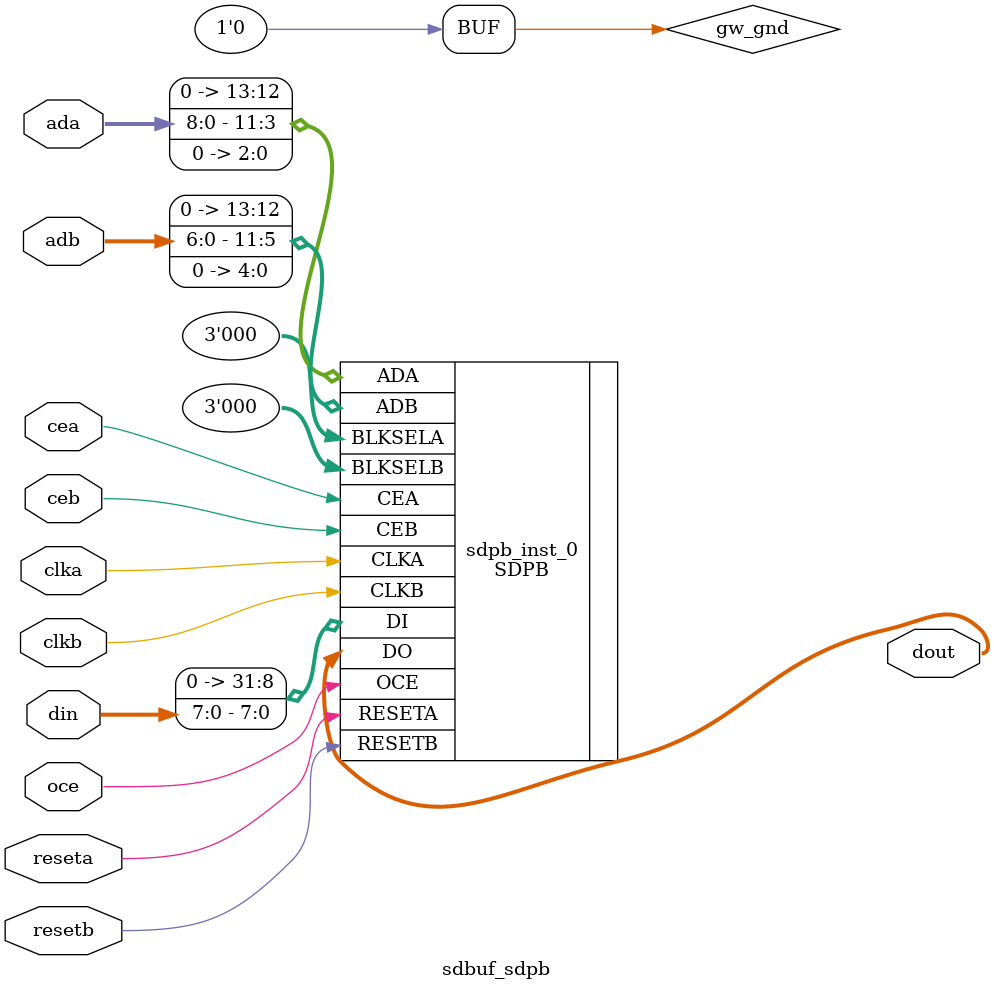
<source format=v>

module sdbuf_sdpb (dout, clka, cea, reseta, clkb, ceb, resetb, oce, ada, din, adb);

output [31:0] dout;
input clka;
input cea;
input reseta;
input clkb;
input ceb;
input resetb;
input oce;
input [8:0] ada;
input [7:0] din;
input [6:0] adb;

wire gw_gnd;

assign gw_gnd = 1'b0;

SDPB sdpb_inst_0 (
    .DO({dout[31:24],dout[23:16],dout[15:8],dout[7:0]}),
    .CLKA(clka),
    .CEA(cea),
    .RESETA(reseta),
    .CLKB(clkb),
    .CEB(ceb),
    .RESETB(resetb),
    .OCE(oce),
    .BLKSELA({gw_gnd,gw_gnd,gw_gnd}),
    .BLKSELB({gw_gnd,gw_gnd,gw_gnd}),
    .ADA({gw_gnd,gw_gnd,ada[8:0],gw_gnd,gw_gnd,gw_gnd}),
    .DI({gw_gnd,gw_gnd,gw_gnd,gw_gnd,gw_gnd,gw_gnd,gw_gnd,gw_gnd,gw_gnd,gw_gnd,gw_gnd,gw_gnd,gw_gnd,gw_gnd,gw_gnd,gw_gnd,gw_gnd,gw_gnd,gw_gnd,gw_gnd,gw_gnd,gw_gnd,gw_gnd,gw_gnd,din[7:0]}),
    .ADB({gw_gnd,gw_gnd,adb[6:0],gw_gnd,gw_gnd,gw_gnd,gw_gnd,gw_gnd})
);

defparam sdpb_inst_0.READ_MODE = 1'b0;
defparam sdpb_inst_0.BIT_WIDTH_0 = 8;
defparam sdpb_inst_0.BIT_WIDTH_1 = 32;
defparam sdpb_inst_0.BLK_SEL_0 = 3'b000;
defparam sdpb_inst_0.BLK_SEL_1 = 3'b000;
defparam sdpb_inst_0.RESET_MODE = "SYNC";

endmodule //sdbuf_sdpb

</source>
